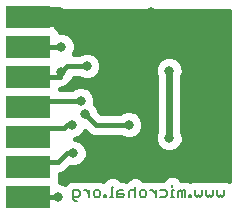
<source format=gbl>
G75*
%MOIN*%
%OFA0B0*%
%FSLAX25Y25*%
%IPPOS*%
%LPD*%
%AMOC8*
5,1,8,0,0,1.08239X$1,22.5*
%
%ADD10C,0.00600*%
%ADD11R,0.15000X0.07600*%
%ADD12C,0.01600*%
%ADD13C,0.06600*%
%ADD14C,0.03175*%
%ADD15C,0.02400*%
D10*
X0035551Y0023335D02*
X0035551Y0026171D01*
X0037252Y0026171D01*
X0037819Y0025603D01*
X0037819Y0024469D01*
X0037252Y0023902D01*
X0035551Y0023902D01*
X0035551Y0023335D02*
X0036118Y0022768D01*
X0036685Y0022768D01*
X0039187Y0026171D02*
X0039754Y0026171D01*
X0040888Y0025036D01*
X0040888Y0023902D02*
X0040888Y0026171D01*
X0042303Y0025603D02*
X0042870Y0026171D01*
X0044004Y0026171D01*
X0044572Y0025603D01*
X0044572Y0024469D01*
X0044004Y0023902D01*
X0042870Y0023902D01*
X0042303Y0024469D01*
X0042303Y0025603D01*
X0045846Y0024469D02*
X0045846Y0023902D01*
X0046413Y0023902D01*
X0046413Y0024469D01*
X0045846Y0024469D01*
X0047734Y0023902D02*
X0048869Y0023902D01*
X0048301Y0023902D02*
X0048301Y0027305D01*
X0048869Y0027305D01*
X0050283Y0025603D02*
X0050283Y0023902D01*
X0051985Y0023902D01*
X0052552Y0024469D01*
X0051985Y0025036D01*
X0050283Y0025036D01*
X0050283Y0025603D02*
X0050850Y0026171D01*
X0051985Y0026171D01*
X0053966Y0025603D02*
X0053966Y0023902D01*
X0053966Y0025603D02*
X0054533Y0026171D01*
X0055668Y0026171D01*
X0056235Y0025603D01*
X0057649Y0025603D02*
X0057649Y0024469D01*
X0058217Y0023902D01*
X0059351Y0023902D01*
X0059918Y0024469D01*
X0059918Y0025603D01*
X0059351Y0026171D01*
X0058217Y0026171D01*
X0057649Y0025603D01*
X0056235Y0023902D02*
X0056235Y0027305D01*
X0061286Y0026171D02*
X0061853Y0026171D01*
X0062987Y0025036D01*
X0062987Y0023902D02*
X0062987Y0026171D01*
X0064402Y0026171D02*
X0066103Y0026171D01*
X0066670Y0025603D01*
X0066670Y0024469D01*
X0066103Y0023902D01*
X0064402Y0023902D01*
X0067992Y0023902D02*
X0069126Y0023902D01*
X0068559Y0023902D02*
X0068559Y0026171D01*
X0069126Y0026171D01*
X0068559Y0027305D02*
X0068559Y0027872D01*
X0070540Y0025603D02*
X0070540Y0023902D01*
X0071675Y0023902D02*
X0071675Y0025603D01*
X0071108Y0026171D01*
X0070540Y0025603D01*
X0071675Y0025603D02*
X0072242Y0026171D01*
X0072809Y0026171D01*
X0072809Y0023902D01*
X0074083Y0023902D02*
X0074651Y0023902D01*
X0074651Y0024469D01*
X0074083Y0024469D01*
X0074083Y0023902D01*
X0076065Y0024469D02*
X0076065Y0026171D01*
X0076065Y0024469D02*
X0076632Y0023902D01*
X0077199Y0024469D01*
X0077767Y0023902D01*
X0078334Y0024469D01*
X0078334Y0026171D01*
X0079748Y0026171D02*
X0079748Y0024469D01*
X0080315Y0023902D01*
X0080883Y0024469D01*
X0081450Y0023902D01*
X0082017Y0024469D01*
X0082017Y0026171D01*
X0083431Y0026171D02*
X0083431Y0024469D01*
X0083999Y0023902D01*
X0084566Y0024469D01*
X0085133Y0023902D01*
X0085700Y0024469D01*
X0085700Y0026171D01*
D11*
X0020500Y0024102D03*
X0020500Y0034102D03*
X0020500Y0044102D03*
X0020500Y0054102D03*
X0020500Y0064102D03*
X0020500Y0074102D03*
X0020500Y0084102D03*
D12*
X0021300Y0084641D02*
X0087300Y0084641D01*
X0087300Y0085902D02*
X0087300Y0029296D01*
X0086396Y0029671D01*
X0085004Y0029671D01*
X0084566Y0029489D01*
X0084128Y0029671D01*
X0082735Y0029671D01*
X0082724Y0029666D01*
X0082713Y0029671D01*
X0081321Y0029671D01*
X0080883Y0029489D01*
X0080444Y0029671D01*
X0079052Y0029671D01*
X0079041Y0029666D01*
X0079030Y0029671D01*
X0077638Y0029671D01*
X0077199Y0029489D01*
X0076761Y0029671D01*
X0075369Y0029671D01*
X0074437Y0029285D01*
X0073505Y0029671D01*
X0071602Y0029671D01*
X0071526Y0029855D01*
X0070541Y0030839D01*
X0069255Y0031372D01*
X0067863Y0031372D01*
X0066576Y0030839D01*
X0065592Y0029855D01*
X0065515Y0029671D01*
X0063706Y0029671D01*
X0063695Y0029666D01*
X0063683Y0029671D01*
X0060590Y0029671D01*
X0060318Y0029558D01*
X0060047Y0029671D01*
X0058819Y0029671D01*
X0058217Y0030272D01*
X0056931Y0030805D01*
X0055539Y0030805D01*
X0054252Y0030272D01*
X0053519Y0029539D01*
X0053259Y0029431D01*
X0052681Y0029671D01*
X0051453Y0029671D01*
X0050851Y0030272D01*
X0049565Y0030805D01*
X0047605Y0030805D01*
X0046319Y0030272D01*
X0045420Y0029373D01*
X0044701Y0029671D01*
X0042174Y0029671D01*
X0041879Y0029549D01*
X0041585Y0029671D01*
X0038491Y0029671D01*
X0038219Y0029558D01*
X0037948Y0029671D01*
X0034854Y0029671D01*
X0033568Y0029138D01*
X0032773Y0028342D01*
X0031452Y0028889D01*
X0031055Y0028889D01*
X0030967Y0029102D01*
X0031200Y0029665D01*
X0031200Y0031602D01*
X0031296Y0031602D01*
X0032766Y0032211D01*
X0033891Y0033336D01*
X0034422Y0033867D01*
X0034548Y0033815D01*
X0036452Y0033815D01*
X0038212Y0034543D01*
X0039559Y0035890D01*
X0040287Y0037650D01*
X0040287Y0039554D01*
X0039559Y0041314D01*
X0038212Y0042661D01*
X0036452Y0043389D01*
X0036133Y0043389D01*
X0037712Y0044043D01*
X0039059Y0045390D01*
X0039350Y0046095D01*
X0040734Y0044711D01*
X0042204Y0044102D01*
X0051230Y0044102D01*
X0051288Y0044043D01*
X0053048Y0043315D01*
X0054952Y0043315D01*
X0056712Y0044043D01*
X0058059Y0045390D01*
X0058787Y0047150D01*
X0058787Y0049054D01*
X0058059Y0050814D01*
X0056712Y0052161D01*
X0054952Y0052889D01*
X0053048Y0052889D01*
X0051288Y0052161D01*
X0051230Y0052102D01*
X0044657Y0052102D01*
X0044287Y0052471D01*
X0044287Y0052554D01*
X0043559Y0054314D01*
X0042768Y0055104D01*
X0042787Y0055150D01*
X0042787Y0057054D01*
X0042059Y0058814D01*
X0040712Y0060161D01*
X0038952Y0060889D01*
X0037048Y0060889D01*
X0035288Y0060161D01*
X0035230Y0060102D01*
X0031200Y0060102D01*
X0031796Y0060102D01*
X0031931Y0060158D01*
X0032077Y0060168D01*
X0032662Y0060461D01*
X0033266Y0060711D01*
X0033369Y0060815D01*
X0033500Y0060880D01*
X0033929Y0061374D01*
X0034018Y0061463D01*
X0034212Y0061543D01*
X0035559Y0062890D01*
X0035853Y0063602D01*
X0037230Y0063602D01*
X0037288Y0063543D01*
X0039048Y0062815D01*
X0040952Y0062815D01*
X0042712Y0063543D01*
X0044059Y0064890D01*
X0044787Y0066650D01*
X0044787Y0068554D01*
X0044059Y0070314D01*
X0042712Y0071661D01*
X0040952Y0072389D01*
X0039048Y0072389D01*
X0037288Y0071661D01*
X0037230Y0071602D01*
X0035646Y0071602D01*
X0036287Y0073150D01*
X0036287Y0075054D01*
X0035559Y0076814D01*
X0034212Y0078161D01*
X0032452Y0078889D01*
X0031055Y0078889D01*
X0030713Y0079715D01*
X0029813Y0080615D01*
X0029800Y0080620D01*
X0029800Y0083302D01*
X0021300Y0083302D01*
X0021300Y0084902D01*
X0029800Y0084902D01*
X0029800Y0085902D01*
X0087300Y0085902D01*
X0087300Y0083042D02*
X0029800Y0083042D01*
X0029800Y0081444D02*
X0087300Y0081444D01*
X0087300Y0079845D02*
X0030582Y0079845D01*
X0034003Y0078247D02*
X0087300Y0078247D01*
X0087300Y0076648D02*
X0035627Y0076648D01*
X0036287Y0075050D02*
X0087300Y0075050D01*
X0087300Y0073451D02*
X0036287Y0073451D01*
X0035750Y0071853D02*
X0037752Y0071853D01*
X0042248Y0071853D02*
X0087300Y0071853D01*
X0087300Y0070254D02*
X0069985Y0070254D01*
X0070212Y0070161D02*
X0068452Y0070889D01*
X0066548Y0070889D01*
X0064788Y0070161D01*
X0063441Y0068814D01*
X0062713Y0067054D01*
X0062713Y0065150D01*
X0063100Y0064214D01*
X0063100Y0045490D01*
X0062713Y0044554D01*
X0062713Y0042650D01*
X0063441Y0040890D01*
X0064788Y0039543D01*
X0066548Y0038815D01*
X0068452Y0038815D01*
X0070212Y0039543D01*
X0071559Y0040890D01*
X0072287Y0042650D01*
X0072287Y0044554D01*
X0071900Y0045490D01*
X0071900Y0064214D01*
X0072287Y0065150D01*
X0072287Y0067054D01*
X0071559Y0068814D01*
X0070212Y0070161D01*
X0071624Y0068656D02*
X0087300Y0068656D01*
X0087300Y0067057D02*
X0072286Y0067057D01*
X0072287Y0065459D02*
X0087300Y0065459D01*
X0087300Y0063860D02*
X0071900Y0063860D01*
X0071900Y0062262D02*
X0087300Y0062262D01*
X0087300Y0060663D02*
X0071900Y0060663D01*
X0071900Y0059065D02*
X0087300Y0059065D01*
X0087300Y0057466D02*
X0071900Y0057466D01*
X0071900Y0055868D02*
X0087300Y0055868D01*
X0087300Y0054269D02*
X0071900Y0054269D01*
X0071900Y0052671D02*
X0087300Y0052671D01*
X0087300Y0051072D02*
X0071900Y0051072D01*
X0071900Y0049474D02*
X0087300Y0049474D01*
X0087300Y0047875D02*
X0071900Y0047875D01*
X0071900Y0046277D02*
X0087300Y0046277D01*
X0087300Y0044678D02*
X0072236Y0044678D01*
X0072287Y0043080D02*
X0087300Y0043080D01*
X0087300Y0041481D02*
X0071803Y0041481D01*
X0070551Y0039883D02*
X0087300Y0039883D01*
X0087300Y0038284D02*
X0040287Y0038284D01*
X0040151Y0039883D02*
X0064449Y0039883D01*
X0063197Y0041481D02*
X0039391Y0041481D01*
X0037200Y0043080D02*
X0062713Y0043080D01*
X0062764Y0044678D02*
X0057347Y0044678D01*
X0058426Y0046277D02*
X0063100Y0046277D01*
X0063100Y0047875D02*
X0058787Y0047875D01*
X0058614Y0049474D02*
X0063100Y0049474D01*
X0063100Y0051072D02*
X0057800Y0051072D01*
X0055480Y0052671D02*
X0063100Y0052671D01*
X0063100Y0054269D02*
X0043577Y0054269D01*
X0044239Y0052671D02*
X0052520Y0052671D01*
X0054000Y0048102D02*
X0043000Y0048102D01*
X0039500Y0051602D01*
X0038000Y0056102D02*
X0023000Y0056102D01*
X0020500Y0054102D01*
X0023500Y0047102D02*
X0020500Y0044102D01*
X0023500Y0047102D02*
X0032500Y0047102D01*
X0033500Y0048102D01*
X0035000Y0048102D01*
X0038347Y0044678D02*
X0040813Y0044678D01*
X0035500Y0038602D02*
X0033500Y0038602D01*
X0030500Y0035602D01*
X0022000Y0035602D01*
X0020500Y0034102D01*
X0020500Y0024102D02*
X0030500Y0024102D01*
X0031926Y0028693D02*
X0033123Y0028693D01*
X0031200Y0030292D02*
X0046366Y0030292D01*
X0050804Y0030292D02*
X0054299Y0030292D01*
X0058170Y0030292D02*
X0066028Y0030292D01*
X0071089Y0030292D02*
X0087300Y0030292D01*
X0087300Y0031890D02*
X0031991Y0031890D01*
X0034043Y0033489D02*
X0087300Y0033489D01*
X0087300Y0035087D02*
X0038756Y0035087D01*
X0039888Y0036686D02*
X0087300Y0036686D01*
X0063100Y0055868D02*
X0042787Y0055868D01*
X0042617Y0057466D02*
X0063100Y0057466D01*
X0063100Y0059065D02*
X0041808Y0059065D01*
X0039498Y0060663D02*
X0063100Y0060663D01*
X0063100Y0062262D02*
X0034930Y0062262D01*
X0036502Y0060663D02*
X0033151Y0060663D01*
X0031200Y0060102D02*
X0031200Y0060102D01*
X0031000Y0064102D02*
X0031500Y0065602D01*
X0033500Y0067602D01*
X0040000Y0067602D01*
X0044294Y0065459D02*
X0062713Y0065459D01*
X0062714Y0067057D02*
X0044787Y0067057D01*
X0044745Y0068656D02*
X0063376Y0068656D01*
X0065015Y0070254D02*
X0044083Y0070254D01*
X0043029Y0063860D02*
X0063100Y0063860D01*
X0031500Y0074102D02*
X0020500Y0074102D01*
X0020500Y0064102D02*
X0031000Y0064102D01*
D13*
X0030500Y0084102D02*
X0020500Y0084102D01*
D14*
X0031500Y0074102D03*
X0031500Y0065602D03*
X0040000Y0067602D03*
X0038000Y0056102D03*
X0039500Y0051602D03*
X0035000Y0048102D03*
X0035500Y0038602D03*
X0030500Y0024102D03*
X0054000Y0048102D03*
X0054500Y0059602D03*
X0067500Y0066102D03*
X0073000Y0067602D03*
X0073000Y0064102D03*
X0083000Y0066602D03*
X0073000Y0046102D03*
X0067500Y0043602D03*
X0072500Y0034602D03*
X0062500Y0032602D03*
X0061500Y0082602D03*
X0061500Y0085602D03*
D15*
X0067500Y0066102D02*
X0067500Y0043602D01*
M02*

</source>
